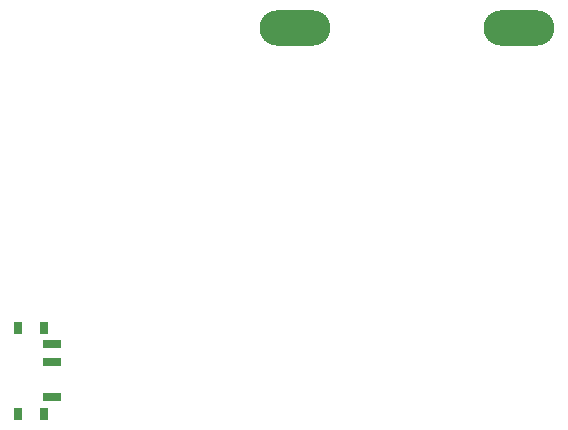
<source format=gbr>
%TF.GenerationSoftware,KiCad,Pcbnew,(5.1.10)-1*%
%TF.CreationDate,2021-10-17T13:13:45+02:00*%
%TF.ProjectId,TVZ_kuglica,54565a5f-6b75-4676-9c69-63612e6b6963,rev?*%
%TF.SameCoordinates,Original*%
%TF.FileFunction,Paste,Bot*%
%TF.FilePolarity,Positive*%
%FSLAX46Y46*%
G04 Gerber Fmt 4.6, Leading zero omitted, Abs format (unit mm)*
G04 Created by KiCad (PCBNEW (5.1.10)-1) date 2021-10-17 13:13:45*
%MOMM*%
%LPD*%
G01*
G04 APERTURE LIST*
%ADD10O,6.000000X3.000000*%
%ADD11R,1.500000X0.700000*%
%ADD12R,0.800000X1.000000*%
G04 APERTURE END LIST*
D10*
%TO.C,BT1*%
X126500000Y-70750000D03*
X145500000Y-70750000D03*
%TD*%
D11*
%TO.C,SW1*%
X105930000Y-102000000D03*
X105930000Y-99000000D03*
X105930000Y-97500000D03*
D12*
X103070000Y-103400000D03*
X103070000Y-96100000D03*
X105280000Y-96100000D03*
X105280000Y-103400000D03*
%TD*%
M02*

</source>
